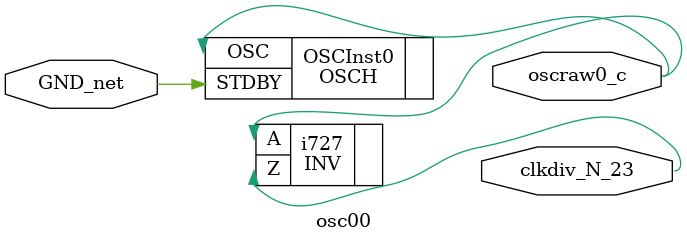
<source format=v>

module topContador (indiv0, oscraw0, oscdiv0, clk0, c0, q0t, q1t, 
            q2t, q3t, q4t, q5t, q6t, q7t, q8t);   // c:/users/jcvelmon/desktop/semestre actual/dsd/practica_4_v2/impl1/topcontador.vhd(9[8:19])
    input [3:0]indiv0;   // c:/users/jcvelmon/desktop/semestre actual/dsd/practica_4_v2/impl1/topcontador.vhd(11[2:8])
    output oscraw0 /* synthesis .original_dir=IN_OUT */ ;   // c:/users/jcvelmon/desktop/semestre actual/dsd/practica_4_v2/impl1/topcontador.vhd(12[5:12])
    output oscdiv0 /* synthesis .original_dir=IN_OUT */ ;   // c:/users/jcvelmon/desktop/semestre actual/dsd/practica_4_v2/impl1/topcontador.vhd(13[8:15])
    input clk0 /* synthesis .original_dir=IN_OUT */ ;   // c:/users/jcvelmon/desktop/semestre actual/dsd/practica_4_v2/impl1/topcontador.vhd(14[3:7])
    input c0 /* synthesis .original_dir=IN_OUT */ ;   // c:/users/jcvelmon/desktop/semestre actual/dsd/practica_4_v2/impl1/topcontador.vhd(14[8:10])
    output q0t /* synthesis .original_dir=IN_OUT */ ;   // c:/users/jcvelmon/desktop/semestre actual/dsd/practica_4_v2/impl1/topcontador.vhd(15[9:12])
    output q1t /* synthesis .original_dir=IN_OUT */ ;   // c:/users/jcvelmon/desktop/semestre actual/dsd/practica_4_v2/impl1/topcontador.vhd(15[13:16])
    output q2t /* synthesis .original_dir=IN_OUT */ ;   // c:/users/jcvelmon/desktop/semestre actual/dsd/practica_4_v2/impl1/topcontador.vhd(15[17:20])
    output q3t /* synthesis .original_dir=IN_OUT */ ;   // c:/users/jcvelmon/desktop/semestre actual/dsd/practica_4_v2/impl1/topcontador.vhd(15[21:24])
    output q4t /* synthesis .original_dir=IN_OUT */ ;   // c:/users/jcvelmon/desktop/semestre actual/dsd/practica_4_v2/impl1/topcontador.vhd(15[25:28])
    output q5t /* synthesis .original_dir=IN_OUT */ ;   // c:/users/jcvelmon/desktop/semestre actual/dsd/practica_4_v2/impl1/topcontador.vhd(15[29:32])
    output q6t /* synthesis .original_dir=IN_OUT */ ;   // c:/users/jcvelmon/desktop/semestre actual/dsd/practica_4_v2/impl1/topcontador.vhd(15[33:36])
    output q7t /* synthesis .original_dir=IN_OUT */ ;   // c:/users/jcvelmon/desktop/semestre actual/dsd/practica_4_v2/impl1/topcontador.vhd(15[37:40])
    output q8t /* synthesis .original_dir=IN_OUT */ ;   // c:/users/jcvelmon/desktop/semestre actual/dsd/practica_4_v2/impl1/topcontador.vhd(15[41:44])
    
    wire oscraw0_c /* synthesis is_clock=1 */ ;   // c:/users/jcvelmon/desktop/semestre actual/dsd/practica_4_v2/impl1/topcontador.vhd(12[5:12])
    wire oscdiv0_c /* synthesis is_clock=1, SET_AS_NETWORK=oscdiv0_c */ ;   // c:/users/jcvelmon/desktop/semestre actual/dsd/practica_4_v2/impl1/topcontador.vhd(13[8:15])
    
    wire indiv0_c_3, indiv0_c_2, indiv0_c_1, indiv0_c_0, c0_c, q0t_c, 
        q1t_c, q2t_c, q3t_c, q4t_c, q5t_c, q6t_c, q7t_c, q8t_c, 
        VCC_net, GND_net;
    
    VHI i725 (.Z(VCC_net));
    OB oscdiv0_pad (.I(oscdiv0_c), .O(oscdiv0));   // c:/users/jcvelmon/desktop/semestre actual/dsd/practica_4_v2/impl1/topcontador.vhd(13[8:15])
    OB oscraw0_pad (.I(oscraw0_c), .O(oscraw0));   // c:/users/jcvelmon/desktop/semestre actual/dsd/practica_4_v2/impl1/topcontador.vhd(12[5:12])
    contador contador0 (.q1t_c(q1t_c), .q2t_c(q2t_c), .c0_c(c0_c), .q3t_c(q3t_c), 
            .oscdiv0_c(oscdiv0_c), .q4t_c(q4t_c), .q5t_c(q5t_c), .q6t_c(q6t_c), 
            .q7t_c(q7t_c), .q8t_c(q8t_c), .q0t_c(q0t_c));   // c:/users/jcvelmon/desktop/semestre actual/dsd/practica_4_v2/impl1/topcontador.vhd(26[14:22])
    VLO i1 (.Z(GND_net));
    TSALL TSALL_INST (.TSALL(GND_net));
    PUR PUR_INST (.PUR(VCC_net));
    defparam PUR_INST.RST_PULSE = 1;
    topdiv00 OS00 (.indiv0_c_1(indiv0_c_1), .indiv0_c_0(indiv0_c_0), .oscdiv0_c(oscdiv0_c), 
            .indiv0_c_3(indiv0_c_3), .indiv0_c_2(indiv0_c_2), .GND_net(GND_net), 
            .oscraw0_c(oscraw0_c));   // c:/users/jcvelmon/desktop/semestre actual/dsd/practica_4_v2/impl1/topcontador.vhd(21[10:18])
    GSR GSR_INST (.GSR(c0_c));
    OB q0t_pad (.I(q0t_c), .O(q0t));   // c:/users/jcvelmon/desktop/semestre actual/dsd/practica_4_v2/impl1/topcontador.vhd(15[9:12])
    OB q1t_pad (.I(q1t_c), .O(q1t));   // c:/users/jcvelmon/desktop/semestre actual/dsd/practica_4_v2/impl1/topcontador.vhd(15[13:16])
    OB q2t_pad (.I(q2t_c), .O(q2t));   // c:/users/jcvelmon/desktop/semestre actual/dsd/practica_4_v2/impl1/topcontador.vhd(15[17:20])
    OB q3t_pad (.I(q3t_c), .O(q3t));   // c:/users/jcvelmon/desktop/semestre actual/dsd/practica_4_v2/impl1/topcontador.vhd(15[21:24])
    OB q4t_pad (.I(q4t_c), .O(q4t));   // c:/users/jcvelmon/desktop/semestre actual/dsd/practica_4_v2/impl1/topcontador.vhd(15[25:28])
    OB q5t_pad (.I(q5t_c), .O(q5t));   // c:/users/jcvelmon/desktop/semestre actual/dsd/practica_4_v2/impl1/topcontador.vhd(15[29:32])
    OB q6t_pad (.I(q6t_c), .O(q6t));   // c:/users/jcvelmon/desktop/semestre actual/dsd/practica_4_v2/impl1/topcontador.vhd(15[33:36])
    OB q7t_pad (.I(q7t_c), .O(q7t));   // c:/users/jcvelmon/desktop/semestre actual/dsd/practica_4_v2/impl1/topcontador.vhd(15[37:40])
    OB q8t_pad (.I(q8t_c), .O(q8t));   // c:/users/jcvelmon/desktop/semestre actual/dsd/practica_4_v2/impl1/topcontador.vhd(15[41:44])
    IB indiv0_pad_3 (.I(indiv0[3]), .O(indiv0_c_3));   // c:/users/jcvelmon/desktop/semestre actual/dsd/practica_4_v2/impl1/topcontador.vhd(11[2:8])
    IB indiv0_pad_2 (.I(indiv0[2]), .O(indiv0_c_2));   // c:/users/jcvelmon/desktop/semestre actual/dsd/practica_4_v2/impl1/topcontador.vhd(11[2:8])
    IB indiv0_pad_1 (.I(indiv0[1]), .O(indiv0_c_1));   // c:/users/jcvelmon/desktop/semestre actual/dsd/practica_4_v2/impl1/topcontador.vhd(11[2:8])
    IB indiv0_pad_0 (.I(indiv0[0]), .O(indiv0_c_0));   // c:/users/jcvelmon/desktop/semestre actual/dsd/practica_4_v2/impl1/topcontador.vhd(11[2:8])
    IB c0_pad (.I(c0), .O(c0_c));   // c:/users/jcvelmon/desktop/semestre actual/dsd/practica_4_v2/impl1/topcontador.vhd(14[8:10])
    
endmodule
//
// Verilog Description of module contador
//

module contador (q1t_c, q2t_c, c0_c, q3t_c, oscdiv0_c, q4t_c, q5t_c, 
            q6t_c, q7t_c, q8t_c, q0t_c);
    output q1t_c;
    output q2t_c;
    input c0_c;
    output q3t_c;
    input oscdiv0_c;
    output q4t_c;
    output q5t_c;
    output q6t_c;
    output q7t_c;
    output q8t_c;
    output q0t_c;
    
    wire oscdiv0_c /* synthesis is_clock=1, SET_AS_NETWORK=oscdiv0_c */ ;   // c:/users/jcvelmon/desktop/semestre actual/dsd/practica_4_v2/impl1/topcontador.vhd(13[8:15])
    
    wire n806, q2_N_204, q3_N_205, q4_N_206, q5_N_207, q6_N_208, 
        q7_N_209, q8_N_210, q0_N_200, j3, j3_N_225, j1, n808, 
        n815, n813, n803, n802, j7_N_277, n814, j4, j4_N_235, 
        j5, j5_N_247, j2, j7, j6, j6_N_261, n800, j8, j8_N_295, 
        n807, n801, q1_N_203, j2_N_215;
    
    LUT4 i1_2_lut_rep_15_4_lut (.A(q1t_c), .B(q2t_c), .C(c0_c), .D(q3t_c), 
         .Z(n806)) /* synthesis lut_function=(!(((C+!(D))+!B)+!A)) */ ;   // c:/users/jcvelmon/desktop/semestre actual/dsd/practica_4_v2/impl1/contador0.vhd(31[47:66])
    defparam i1_2_lut_rep_15_4_lut.init = 16'h0800;
    FD1S3AX q2_172 (.D(q2_N_204), .CK(oscdiv0_c), .Q(q2t_c)) /* synthesis LSE_LINE_FILE_ID=25, LSE_LCOL=14, LSE_RCOL=22, LSE_LLINE=26, LSE_RLINE=26 */ ;   // c:/users/jcvelmon/desktop/semestre actual/dsd/practica_4_v2/impl1/contador0.vhd(17[3] 78[14])
    defparam q2_172.GSR = "ENABLED";
    FD1S3AX q3_173 (.D(q3_N_205), .CK(oscdiv0_c), .Q(q3t_c)) /* synthesis LSE_LINE_FILE_ID=25, LSE_LCOL=14, LSE_RCOL=22, LSE_LLINE=26, LSE_RLINE=26 */ ;   // c:/users/jcvelmon/desktop/semestre actual/dsd/practica_4_v2/impl1/contador0.vhd(17[3] 78[14])
    defparam q3_173.GSR = "ENABLED";
    FD1S3AX q4_174 (.D(q4_N_206), .CK(oscdiv0_c), .Q(q4t_c)) /* synthesis LSE_LINE_FILE_ID=25, LSE_LCOL=14, LSE_RCOL=22, LSE_LLINE=26, LSE_RLINE=26 */ ;   // c:/users/jcvelmon/desktop/semestre actual/dsd/practica_4_v2/impl1/contador0.vhd(17[3] 78[14])
    defparam q4_174.GSR = "ENABLED";
    FD1S3AX q5_175 (.D(q5_N_207), .CK(oscdiv0_c), .Q(q5t_c)) /* synthesis LSE_LINE_FILE_ID=25, LSE_LCOL=14, LSE_RCOL=22, LSE_LLINE=26, LSE_RLINE=26 */ ;   // c:/users/jcvelmon/desktop/semestre actual/dsd/practica_4_v2/impl1/contador0.vhd(17[3] 78[14])
    defparam q5_175.GSR = "ENABLED";
    FD1S3AX q6_176 (.D(q6_N_208), .CK(oscdiv0_c), .Q(q6t_c)) /* synthesis LSE_LINE_FILE_ID=25, LSE_LCOL=14, LSE_RCOL=22, LSE_LLINE=26, LSE_RLINE=26 */ ;   // c:/users/jcvelmon/desktop/semestre actual/dsd/practica_4_v2/impl1/contador0.vhd(17[3] 78[14])
    defparam q6_176.GSR = "ENABLED";
    FD1S3AX q7_177 (.D(q7_N_209), .CK(oscdiv0_c), .Q(q7t_c)) /* synthesis LSE_LINE_FILE_ID=25, LSE_LCOL=14, LSE_RCOL=22, LSE_LLINE=26, LSE_RLINE=26 */ ;   // c:/users/jcvelmon/desktop/semestre actual/dsd/practica_4_v2/impl1/contador0.vhd(17[3] 78[14])
    defparam q7_177.GSR = "ENABLED";
    FD1S3AX q8_178 (.D(q8_N_210), .CK(oscdiv0_c), .Q(q8t_c)) /* synthesis LSE_LINE_FILE_ID=25, LSE_LCOL=14, LSE_RCOL=22, LSE_LLINE=26, LSE_RLINE=26 */ ;   // c:/users/jcvelmon/desktop/semestre actual/dsd/practica_4_v2/impl1/contador0.vhd(17[3] 78[14])
    defparam q8_178.GSR = "ENABLED";
    FD1S3AX q0_170 (.D(q0_N_200), .CK(oscdiv0_c), .Q(q0t_c)) /* synthesis LSE_LINE_FILE_ID=25, LSE_LCOL=14, LSE_RCOL=22, LSE_LLINE=26, LSE_RLINE=26 */ ;   // c:/users/jcvelmon/desktop/semestre actual/dsd/practica_4_v2/impl1/contador0.vhd(17[3] 78[14])
    defparam q0_170.GSR = "ENABLED";
    FD1P3AX j3_182 (.D(j3_N_225), .SP(c0_c), .CK(oscdiv0_c), .Q(j3));   // c:/users/jcvelmon/desktop/semestre actual/dsd/practica_4_v2/impl1/contador0.vhd(17[3] 78[14])
    defparam j3_182.GSR = "DISABLED";
    LUT4 i6_1_lut (.A(q0t_c), .Z(q0_N_200)) /* synthesis lut_function=(!(A)) */ ;   // c:/users/jcvelmon/desktop/semestre actual/dsd/practica_4_v2/impl1/contador0.vhd(38[4] 41[19])
    defparam i6_1_lut.init = 16'h5555;
    FD1P3AX j1_180 (.D(q0_N_200), .SP(c0_c), .CK(oscdiv0_c), .Q(j1));   // c:/users/jcvelmon/desktop/semestre actual/dsd/practica_4_v2/impl1/contador0.vhd(17[3] 78[14])
    defparam j1_180.GSR = "DISABLED";
    LUT4 i225_3_lut_4_lut_4_lut_then_4_lut (.A(q3t_c), .B(q0t_c), .C(n808), 
         .D(q4t_c), .Z(n815)) /* synthesis lut_function=(A (B (C (D)))) */ ;   // c:/users/jcvelmon/desktop/semestre actual/dsd/practica_4_v2/impl1/contador0.vhd(34[9:65])
    defparam i225_3_lut_4_lut_4_lut_then_4_lut.init = 16'h8000;
    LUT4 i222_3_lut (.A(n813), .B(n808), .C(q0t_c), .Z(j3_N_225)) /* synthesis lut_function=(A (B+!(C))+!A (B (C))) */ ;   // c:/users/jcvelmon/desktop/semestre actual/dsd/practica_4_v2/impl1/contador0.vhd(31[8:74])
    defparam i222_3_lut.init = 16'hcaca;
    LUT4 i226_3_lut_4_lut_4_lut (.A(q6t_c), .B(n803), .C(q0t_c), .D(n802), 
         .Z(j7_N_277)) /* synthesis lut_function=(A (C (D))+!A !((C)+!B)) */ ;   // c:/users/jcvelmon/desktop/semestre actual/dsd/practica_4_v2/impl1/contador0.vhd(35[9:76])
    defparam i226_3_lut_4_lut_4_lut.init = 16'ha404;
    LUT4 i225_3_lut_4_lut_4_lut_else_4_lut (.A(n813), .B(q3t_c), .C(q0t_c), 
         .D(q4t_c), .Z(n814)) /* synthesis lut_function=(!((B+(C+(D)))+!A)) */ ;   // c:/users/jcvelmon/desktop/semestre actual/dsd/practica_4_v2/impl1/contador0.vhd(34[9:65])
    defparam i225_3_lut_4_lut_4_lut_else_4_lut.init = 16'h0002;
    LUT4 i1_2_lut_rep_11_3_lut_4_lut (.A(q3t_c), .B(n808), .C(q5t_c), 
         .D(q4t_c), .Z(n802)) /* synthesis lut_function=(A (B (C (D)))) */ ;   // c:/users/jcvelmon/desktop/semestre actual/dsd/practica_4_v2/impl1/contador0.vhd(32[58:84])
    defparam i1_2_lut_rep_11_3_lut_4_lut.init = 16'h8000;
    FD1P3AX j4_183 (.D(j4_N_235), .SP(c0_c), .CK(oscdiv0_c), .Q(j4));   // c:/users/jcvelmon/desktop/semestre actual/dsd/practica_4_v2/impl1/contador0.vhd(17[3] 78[14])
    defparam j4_183.GSR = "DISABLED";
    FD1P3AX j5_184 (.D(j5_N_247), .SP(c0_c), .CK(oscdiv0_c), .Q(j5));   // c:/users/jcvelmon/desktop/semestre actual/dsd/practica_4_v2/impl1/contador0.vhd(17[3] 78[14])
    defparam j5_184.GSR = "DISABLED";
    LUT4 q2_I_0_202_2_lut (.A(q2t_c), .B(j2), .Z(q2_N_204)) /* synthesis lut_function=(!(A (B)+!A !(B))) */ ;   // c:/users/jcvelmon/desktop/semestre actual/dsd/practica_4_v2/impl1/contador0.vhd(49[4] 52[19])
    defparam q2_I_0_202_2_lut.init = 16'h6666;
    LUT4 q7_I_0_217_2_lut (.A(q7t_c), .B(j7), .Z(q7_N_209)) /* synthesis lut_function=(!(A (B)+!A !(B))) */ ;   // c:/users/jcvelmon/desktop/semestre actual/dsd/practica_4_v2/impl1/contador0.vhd(70[4] 73[19])
    defparam q7_I_0_217_2_lut.init = 16'h6666;
    LUT4 i2_3_lut_rep_22 (.A(q1t_c), .B(q2t_c), .C(c0_c), .Z(n813)) /* synthesis lut_function=(!(A+(B+!(C)))) */ ;   // c:/users/jcvelmon/desktop/semestre actual/dsd/practica_4_v2/impl1/contador0.vhd(32[9:43])
    defparam i2_3_lut_rep_22.init = 16'h1010;
    LUT4 q3_I_0_205_2_lut (.A(q3t_c), .B(j3), .Z(q3_N_205)) /* synthesis lut_function=(!(A (B)+!A !(B))) */ ;   // c:/users/jcvelmon/desktop/semestre actual/dsd/practica_4_v2/impl1/contador0.vhd(54[4] 57[19])
    defparam q3_I_0_205_2_lut.init = 16'h6666;
    LUT4 q4_I_0_208_2_lut (.A(q4t_c), .B(j4), .Z(q4_N_206)) /* synthesis lut_function=(!(A (B)+!A !(B))) */ ;   // c:/users/jcvelmon/desktop/semestre actual/dsd/practica_4_v2/impl1/contador0.vhd(58[3] 61[19])
    defparam q4_I_0_208_2_lut.init = 16'h6666;
    FD1P3AX j6_185 (.D(j6_N_261), .SP(c0_c), .CK(oscdiv0_c), .Q(j6));   // c:/users/jcvelmon/desktop/semestre actual/dsd/practica_4_v2/impl1/contador0.vhd(17[3] 78[14])
    defparam j6_185.GSR = "DISABLED";
    LUT4 q6_I_0_214_2_lut (.A(q6t_c), .B(j6), .Z(q6_N_208)) /* synthesis lut_function=(!(A (B)+!A !(B))) */ ;   // c:/users/jcvelmon/desktop/semestre actual/dsd/practica_4_v2/impl1/contador0.vhd(66[4] 69[19])
    defparam q6_I_0_214_2_lut.init = 16'h6666;
    FD1P3AX j7_186 (.D(j7_N_277), .SP(c0_c), .CK(oscdiv0_c), .Q(j7));   // c:/users/jcvelmon/desktop/semestre actual/dsd/practica_4_v2/impl1/contador0.vhd(17[3] 78[14])
    defparam j7_186.GSR = "DISABLED";
    LUT4 i1_2_lut_rep_12_3_lut_4_lut (.A(q3t_c), .B(n813), .C(q5t_c), 
         .D(q4t_c), .Z(n803)) /* synthesis lut_function=(!(A+((C+(D))+!B))) */ ;   // c:/users/jcvelmon/desktop/semestre actual/dsd/practica_4_v2/impl1/contador0.vhd(32[9:43])
    defparam i1_2_lut_rep_12_3_lut_4_lut.init = 16'h0004;
    LUT4 i223_3_lut_4_lut_4_lut (.A(q3t_c), .B(n813), .C(q0t_c), .D(n808), 
         .Z(j4_N_235)) /* synthesis lut_function=(A (C (D))+!A !((C)+!B)) */ ;   // c:/users/jcvelmon/desktop/semestre actual/dsd/practica_4_v2/impl1/contador0.vhd(32[9:43])
    defparam i223_3_lut_4_lut_4_lut.init = 16'ha404;
    LUT4 i1_2_lut_rep_9_3_lut_4_lut (.A(q4t_c), .B(n806), .C(q6t_c), .D(q5t_c), 
         .Z(n800)) /* synthesis lut_function=(A (B (C (D)))) */ ;   // c:/users/jcvelmon/desktop/semestre actual/dsd/practica_4_v2/impl1/contador0.vhd(33[69:102])
    defparam i1_2_lut_rep_9_3_lut_4_lut.init = 16'h8000;
    LUT4 q5_I_0_211_2_lut (.A(q5t_c), .B(j5), .Z(q5_N_207)) /* synthesis lut_function=(!(A (B)+!A !(B))) */ ;   // c:/users/jcvelmon/desktop/semestre actual/dsd/practica_4_v2/impl1/contador0.vhd(62[4] 65[19])
    defparam q5_I_0_211_2_lut.init = 16'h6666;
    FD1P3AX j8_187 (.D(j8_N_295), .SP(c0_c), .CK(oscdiv0_c), .Q(j8));   // c:/users/jcvelmon/desktop/semestre actual/dsd/practica_4_v2/impl1/contador0.vhd(17[3] 78[14])
    defparam j8_187.GSR = "DISABLED";
    LUT4 i1_2_lut_rep_10_3_lut_4_lut (.A(q4t_c), .B(n807), .C(q6t_c), 
         .D(q5t_c), .Z(n801)) /* synthesis lut_function=(!(A+((C+(D))+!B))) */ ;   // c:/users/jcvelmon/desktop/semestre actual/dsd/practica_4_v2/impl1/contador0.vhd(33[9:54])
    defparam i1_2_lut_rep_10_3_lut_4_lut.init = 16'h0004;
    LUT4 q1_I_0_199_2_lut (.A(q1t_c), .B(j1), .Z(q1_N_203)) /* synthesis lut_function=(!(A (B)+!A !(B))) */ ;   // c:/users/jcvelmon/desktop/semestre actual/dsd/practica_4_v2/impl1/contador0.vhd(43[4] 46[19])
    defparam q1_I_0_199_2_lut.init = 16'h6666;
    FD1P3AX j2_181 (.D(j2_N_215), .SP(c0_c), .CK(oscdiv0_c), .Q(j2));   // c:/users/jcvelmon/desktop/semestre actual/dsd/practica_4_v2/impl1/contador0.vhd(17[3] 78[14])
    defparam j2_181.GSR = "DISABLED";
    LUT4 i2_3_lut_rep_17 (.A(q1t_c), .B(q2t_c), .C(c0_c), .Z(n808)) /* synthesis lut_function=(!(((C)+!B)+!A)) */ ;   // c:/users/jcvelmon/desktop/semestre actual/dsd/practica_4_v2/impl1/contador0.vhd(31[47:66])
    defparam i2_3_lut_rep_17.init = 16'h0808;
    LUT4 q8_I_0_2_lut (.A(q8t_c), .B(j8), .Z(q8_N_210)) /* synthesis lut_function=(!(A (B)+!A !(B))) */ ;   // c:/users/jcvelmon/desktop/semestre actual/dsd/practica_4_v2/impl1/contador0.vhd(74[4] 77[19])
    defparam q8_I_0_2_lut.init = 16'h6666;
    LUT4 i1_2_lut_rep_16_4_lut (.A(q1t_c), .B(q2t_c), .C(c0_c), .D(q3t_c), 
         .Z(n807)) /* synthesis lut_function=(!(A+(B+((D)+!C)))) */ ;   // c:/users/jcvelmon/desktop/semestre actual/dsd/practica_4_v2/impl1/contador0.vhd(32[9:43])
    defparam i1_2_lut_rep_16_4_lut.init = 16'h0010;
    LUT4 i224_3_lut_4_lut_4_lut (.A(q4t_c), .B(n807), .C(q0t_c), .D(n806), 
         .Z(j5_N_247)) /* synthesis lut_function=(A (C (D))+!A !((C)+!B)) */ ;   // c:/users/jcvelmon/desktop/semestre actual/dsd/practica_4_v2/impl1/contador0.vhd(33[9:54])
    defparam i224_3_lut_4_lut_4_lut.init = 16'ha404;
    LUT4 i221_3_lut (.A(c0_c), .B(q0t_c), .C(q1t_c), .Z(j2_N_215)) /* synthesis lut_function=(!(A (B+(C))+!A !(B (C)))) */ ;   // c:/users/jcvelmon/desktop/semestre actual/dsd/practica_4_v2/impl1/contador0.vhd(30[14:62])
    defparam i221_3_lut.init = 16'h4242;
    LUT4 i227_4_lut (.A(q7t_c), .B(n800), .C(q0t_c), .D(n801), .Z(j8_N_295)) /* synthesis lut_function=(A (B (C))+!A !(C+!(D))) */ ;   // c:/users/jcvelmon/desktop/semestre actual/dsd/practica_4_v2/impl1/contador0.vhd(36[8:164])
    defparam i227_4_lut.init = 16'h8580;
    PFUMX i686 (.BLUT(n814), .ALUT(n815), .C0(q5t_c), .Z(j6_N_261));
    FD1S3AX q1_171 (.D(q1_N_203), .CK(oscdiv0_c), .Q(q1t_c)) /* synthesis LSE_LINE_FILE_ID=25, LSE_LCOL=14, LSE_RCOL=22, LSE_LLINE=26, LSE_RLINE=26 */ ;   // c:/users/jcvelmon/desktop/semestre actual/dsd/practica_4_v2/impl1/contador0.vhd(17[3] 78[14])
    defparam q1_171.GSR = "ENABLED";
    
endmodule
//
// Verilog Description of module TSALL
// module not written out since it is a black-box. 
//

//
// Verilog Description of module PUR
// module not written out since it is a black-box. 
//

//
// Verilog Description of module topdiv00
//

module topdiv00 (indiv0_c_1, indiv0_c_0, oscdiv0_c, indiv0_c_3, indiv0_c_2, 
            GND_net, oscraw0_c);
    input indiv0_c_1;
    input indiv0_c_0;
    output oscdiv0_c;
    input indiv0_c_3;
    input indiv0_c_2;
    input GND_net;
    output oscraw0_c;
    
    wire clkdiv_N_23 /* synthesis is_inv_clock=1 */ ;   // c:/users/jcvelmon/desktop/semestre actual/dsd/practica_4_v2/impl1/div00.vhd(18[8:12])
    wire oscdiv0_c /* synthesis is_clock=1, SET_AS_NETWORK=oscdiv0_c */ ;   // c:/users/jcvelmon/desktop/semestre actual/dsd/practica_4_v2/impl1/topcontador.vhd(13[8:15])
    wire oscraw0_c /* synthesis is_clock=1 */ ;   // c:/users/jcvelmon/desktop/semestre actual/dsd/practica_4_v2/impl1/topcontador.vhd(12[5:12])
    
    div00 OS01 (.indiv0_c_1(indiv0_c_1), .indiv0_c_0(indiv0_c_0), .clkdiv_N_23(clkdiv_N_23), 
          .oscdiv0_c(oscdiv0_c), .indiv0_c_3(indiv0_c_3), .indiv0_c_2(indiv0_c_2), 
          .GND_net(GND_net));   // c:/users/jcvelmon/desktop/semestre actual/dsd/practica_4_v2/impl1/topdiv00.vhd(23[9:14])
    osc00 OS00 (.GND_net(GND_net), .oscraw0_c(oscraw0_c), .clkdiv_N_23(clkdiv_N_23));   // c:/users/jcvelmon/desktop/semestre actual/dsd/practica_4_v2/impl1/topdiv00.vhd(21[9:14])
    
endmodule
//
// Verilog Description of module div00
//

module div00 (indiv0_c_1, indiv0_c_0, clkdiv_N_23, oscdiv0_c, indiv0_c_3, 
            indiv0_c_2, GND_net);
    input indiv0_c_1;
    input indiv0_c_0;
    input clkdiv_N_23;
    output oscdiv0_c;
    input indiv0_c_3;
    input indiv0_c_2;
    input GND_net;
    
    wire clkdiv_N_23 /* synthesis is_inv_clock=1 */ ;   // c:/users/jcvelmon/desktop/semestre actual/dsd/practica_4_v2/impl1/div00.vhd(18[8:12])
    wire oscdiv0_c /* synthesis is_clock=1, SET_AS_NETWORK=oscdiv0_c */ ;   // c:/users/jcvelmon/desktop/semestre actual/dsd/practica_4_v2/impl1/topcontador.vhd(13[8:15])
    
    wire n728;
    wire [20:0]sdiv;   // c:/users/jcvelmon/desktop/semestre actual/dsd/practica_4_v2/impl1/div00.vhd(18[8:12])
    
    wire clkdiv_N_23_enable_22, n464;
    wire [20:0]n89;
    
    wire clkdiv_N_23_enable_3, outdiv_N_171, n810, n732, n457, n459, 
        n737, n461, n310, n74, outdiv_N_189, n65, n589, n811, 
        n812, n61, n67, n729, n91, n809, n625, n624, n623, 
        n622, n1, n766, n621, n765, n620, n619, n618, n617, 
        n616;
    
    LUT4 i1_2_lut (.A(indiv0_c_1), .B(indiv0_c_0), .Z(n728)) /* synthesis lut_function=(A (B)) */ ;   // C:/lscc/diamond/3.9/ispfpga/vhdl_packages/syn_arit.vhd(928[41:65])
    defparam i1_2_lut.init = 16'h8888;
    FD1P3IX sdiv_60__i15 (.D(n89[15]), .SP(clkdiv_N_23_enable_22), .CD(n464), 
            .CK(clkdiv_N_23), .Q(sdiv[15])) /* synthesis syn_use_carry_chain=1 */ ;   // C:/lscc/diamond/3.9/ispfpga/vhdl_packages/syn_arit.vhd(928[41:65])
    defparam sdiv_60__i15.GSR = "DISABLED";
    FD1P3IX sdiv_60__i16 (.D(n89[16]), .SP(clkdiv_N_23_enable_22), .CD(n464), 
            .CK(clkdiv_N_23), .Q(sdiv[16])) /* synthesis syn_use_carry_chain=1 */ ;   // C:/lscc/diamond/3.9/ispfpga/vhdl_packages/syn_arit.vhd(928[41:65])
    defparam sdiv_60__i16.GSR = "DISABLED";
    FD1P3AX outdiv_58 (.D(outdiv_N_171), .SP(clkdiv_N_23_enable_3), .CK(clkdiv_N_23), 
            .Q(oscdiv0_c)) /* synthesis LSE_LINE_FILE_ID=21, LSE_LCOL=9, LSE_RCOL=14, LSE_LLINE=23, LSE_RLINE=23 */ ;   // c:/users/jcvelmon/desktop/semestre actual/dsd/practica_4_v2/impl1/div00.vhd(22[3] 75[11])
    defparam outdiv_58.GSR = "DISABLED";
    FD1P3IX sdiv_60__i17 (.D(n89[17]), .SP(clkdiv_N_23_enable_22), .CD(n464), 
            .CK(clkdiv_N_23), .Q(sdiv[17])) /* synthesis syn_use_carry_chain=1 */ ;   // C:/lscc/diamond/3.9/ispfpga/vhdl_packages/syn_arit.vhd(928[41:65])
    defparam sdiv_60__i17.GSR = "DISABLED";
    FD1P3IX sdiv_60__i5 (.D(n89[5]), .SP(clkdiv_N_23_enable_22), .CD(n464), 
            .CK(clkdiv_N_23), .Q(sdiv[5])) /* synthesis syn_use_carry_chain=1 */ ;   // C:/lscc/diamond/3.9/ispfpga/vhdl_packages/syn_arit.vhd(928[41:65])
    defparam sdiv_60__i5.GSR = "DISABLED";
    LUT4 i1_2_lut_3_lut (.A(sdiv[12]), .B(sdiv[13]), .C(n810), .Z(n732)) /* synthesis lut_function=(A+(B+(C))) */ ;   // C:/lscc/diamond/3.9/ispfpga/vhdl_packages/syn_arit.vhd(928[41:65])
    defparam i1_2_lut_3_lut.init = 16'hfefe;
    LUT4 i2_3_lut_rep_19 (.A(sdiv[15]), .B(sdiv[16]), .C(sdiv[14]), .Z(n810)) /* synthesis lut_function=(A+(B+(C))) */ ;   // C:/lscc/diamond/3.9/ispfpga/vhdl_packages/syn_arit.vhd(928[41:65])
    defparam i2_3_lut_rep_19.init = 16'hfefe;
    FD1P3IX sdiv_60__i1 (.D(n89[1]), .SP(clkdiv_N_23_enable_22), .CD(n464), 
            .CK(clkdiv_N_23), .Q(sdiv[1])) /* synthesis syn_use_carry_chain=1 */ ;   // C:/lscc/diamond/3.9/ispfpga/vhdl_packages/syn_arit.vhd(928[41:65])
    defparam sdiv_60__i1.GSR = "DISABLED";
    PFUMX indiv_3__I_0_i15 (.BLUT(n457), .ALUT(n459), .C0(n737), .Z(n461)) /* synthesis LSE_LINE_FILE_ID=21, LSE_LCOL=9, LSE_RCOL=14, LSE_LLINE=23, LSE_RLINE=23 */ ;
    LUT4 i240_3_lut_4_lut (.A(sdiv[15]), .B(sdiv[16]), .C(sdiv[14]), .D(indiv0_c_0), 
         .Z(n310)) /* synthesis lut_function=(A (B+!(D))+!A (B+!((D)+!C))) */ ;   // C:/lscc/diamond/3.9/ispfpga/vhdl_packages/syn_arit.vhd(928[41:65])
    defparam i240_3_lut_4_lut.init = 16'hccfe;
    LUT4 i1_4_lut_4_lut (.A(indiv0_c_3), .B(n728), .C(n74), .D(outdiv_N_189), 
         .Z(n65)) /* synthesis lut_function=(!(A+!(B (C+(D))+!B (C)))) */ ;
    defparam i1_4_lut_4_lut.init = 16'h5450;
    PFUMX indiv_3__I_0_i13 (.BLUT(n732), .ALUT(n310), .C0(indiv0_c_1), 
          .Z(n589)) /* synthesis LSE_LINE_FILE_ID=21, LSE_LCOL=9, LSE_RCOL=14, LSE_LLINE=23, LSE_RLINE=23 */ ;
    LUT4 i2_2_lut_rep_20 (.A(sdiv[18]), .B(sdiv[17]), .Z(n811)) /* synthesis lut_function=(A+(B)) */ ;   // C:/lscc/diamond/3.9/ispfpga/vhdl_packages/syn_arit.vhd(928[41:65])
    defparam i2_2_lut_rep_20.init = 16'heeee;
    LUT4 i4_3_lut_4_lut (.A(sdiv[18]), .B(sdiv[17]), .C(n812), .D(n810), 
         .Z(n61)) /* synthesis lut_function=(A+(B+(C+(D)))) */ ;   // C:/lscc/diamond/3.9/ispfpga/vhdl_packages/syn_arit.vhd(928[41:65])
    defparam i4_3_lut_4_lut.init = 16'hfffe;
    LUT4 i1_3_lut (.A(indiv0_c_1), .B(indiv0_c_0), .C(n67), .Z(n729)) /* synthesis lut_function=(A (B (C))) */ ;   // C:/lscc/diamond/3.9/ispfpga/vhdl_packages/syn_arit.vhd(928[41:65])
    defparam i1_3_lut.init = 16'h8080;
    LUT4 i1_2_lut_rep_21 (.A(sdiv[20]), .B(sdiv[19]), .Z(n812)) /* synthesis lut_function=(A+(B)) */ ;
    defparam i1_2_lut_rep_21.init = 16'heeee;
    LUT4 i1_4_lut_4_lut_adj_71 (.A(sdiv[20]), .B(sdiv[19]), .C(indiv0_c_0), 
         .D(indiv0_c_1), .Z(n74)) /* synthesis lut_function=(!(A (D)+!A (((D)+!C)+!B))) */ ;
    defparam i1_4_lut_4_lut_adj_71.init = 16'h00ea;
    LUT4 i644_2_lut_3_lut (.A(sdiv[20]), .B(sdiv[19]), .C(sdiv[18]), .Z(outdiv_N_189)) /* synthesis lut_function=(A+(B+(C))) */ ;
    defparam i644_2_lut_3_lut.init = 16'hfefe;
    PFUMX i93 (.BLUT(n65), .ALUT(n729), .C0(indiv0_c_2), .Z(n91));
    LUT4 i1_2_lut_rep_18 (.A(sdiv[12]), .B(sdiv[13]), .Z(n809)) /* synthesis lut_function=(A+(B)) */ ;   // C:/lscc/diamond/3.9/ispfpga/vhdl_packages/syn_arit.vhd(928[41:65])
    defparam i1_2_lut_rep_18.init = 16'heeee;
    CCU2D sdiv_60_add_4_21 (.A0(sdiv[19]), .B0(GND_net), .C0(GND_net), 
          .D0(GND_net), .A1(sdiv[20]), .B1(GND_net), .C1(GND_net), .D1(GND_net), 
          .CIN(n625), .S0(n89[19]), .S1(n89[20]));   // C:/lscc/diamond/3.9/ispfpga/vhdl_packages/syn_arit.vhd(928[41:65])
    defparam sdiv_60_add_4_21.INIT0 = 16'hfaaa;
    defparam sdiv_60_add_4_21.INIT1 = 16'hfaaa;
    defparam sdiv_60_add_4_21.INJECT1_0 = "NO";
    defparam sdiv_60_add_4_21.INJECT1_1 = "NO";
    CCU2D sdiv_60_add_4_19 (.A0(sdiv[17]), .B0(GND_net), .C0(GND_net), 
          .D0(GND_net), .A1(sdiv[18]), .B1(GND_net), .C1(GND_net), .D1(GND_net), 
          .CIN(n624), .COUT(n625), .S0(n89[17]), .S1(n89[18]));   // C:/lscc/diamond/3.9/ispfpga/vhdl_packages/syn_arit.vhd(928[41:65])
    defparam sdiv_60_add_4_19.INIT0 = 16'hfaaa;
    defparam sdiv_60_add_4_19.INIT1 = 16'hfaaa;
    defparam sdiv_60_add_4_19.INJECT1_0 = "NO";
    defparam sdiv_60_add_4_19.INJECT1_1 = "NO";
    CCU2D sdiv_60_add_4_17 (.A0(sdiv[15]), .B0(GND_net), .C0(GND_net), 
          .D0(GND_net), .A1(sdiv[16]), .B1(GND_net), .C1(GND_net), .D1(GND_net), 
          .CIN(n623), .COUT(n624), .S0(n89[15]), .S1(n89[16]));   // C:/lscc/diamond/3.9/ispfpga/vhdl_packages/syn_arit.vhd(928[41:65])
    defparam sdiv_60_add_4_17.INIT0 = 16'hfaaa;
    defparam sdiv_60_add_4_17.INIT1 = 16'hfaaa;
    defparam sdiv_60_add_4_17.INJECT1_0 = "NO";
    defparam sdiv_60_add_4_17.INJECT1_1 = "NO";
    CCU2D sdiv_60_add_4_15 (.A0(sdiv[13]), .B0(GND_net), .C0(GND_net), 
          .D0(GND_net), .A1(sdiv[14]), .B1(GND_net), .C1(GND_net), .D1(GND_net), 
          .CIN(n622), .COUT(n623), .S0(n89[13]), .S1(n89[14]));   // C:/lscc/diamond/3.9/ispfpga/vhdl_packages/syn_arit.vhd(928[41:65])
    defparam sdiv_60_add_4_15.INIT0 = 16'hfaaa;
    defparam sdiv_60_add_4_15.INIT1 = 16'hfaaa;
    defparam sdiv_60_add_4_15.INJECT1_0 = "NO";
    defparam sdiv_60_add_4_15.INJECT1_1 = "NO";
    FD1P3IX sdiv_60__i13 (.D(n89[13]), .SP(clkdiv_N_23_enable_22), .CD(n464), 
            .CK(clkdiv_N_23), .Q(sdiv[13])) /* synthesis syn_use_carry_chain=1 */ ;   // C:/lscc/diamond/3.9/ispfpga/vhdl_packages/syn_arit.vhd(928[41:65])
    defparam sdiv_60__i13.GSR = "DISABLED";
    FD1P3IX sdiv_60__i3 (.D(n89[3]), .SP(clkdiv_N_23_enable_22), .CD(n464), 
            .CK(clkdiv_N_23), .Q(sdiv[3])) /* synthesis syn_use_carry_chain=1 */ ;   // C:/lscc/diamond/3.9/ispfpga/vhdl_packages/syn_arit.vhd(928[41:65])
    defparam sdiv_60__i3.GSR = "DISABLED";
    FD1P3IX sdiv_60__i4 (.D(n89[4]), .SP(clkdiv_N_23_enable_22), .CD(n464), 
            .CK(clkdiv_N_23), .Q(sdiv[4])) /* synthesis syn_use_carry_chain=1 */ ;   // C:/lscc/diamond/3.9/ispfpga/vhdl_packages/syn_arit.vhd(928[41:65])
    defparam sdiv_60__i4.GSR = "DISABLED";
    LUT4 indiv_3__I_0_i3_4_lut (.A(n1), .B(outdiv_N_189), .C(indiv0_c_1), 
         .D(sdiv[20]), .Z(n457)) /* synthesis lut_function=(A (B+!(C))+!A (B (C+(D))+!B !(C+!(D)))) */ ;   // c:/users/jcvelmon/desktop/semestre actual/dsd/practica_4_v2/impl1/div00.vhd(23[5] 74[14])
    defparam indiv_3__I_0_i3_4_lut.init = 16'hcfca;
    LUT4 i1_4_lut (.A(indiv0_c_0), .B(n91), .C(n766), .D(indiv0_c_2), 
         .Z(n464)) /* synthesis lut_function=(A (B)+!A (B+(C (D)))) */ ;   // C:/lscc/diamond/3.9/ispfpga/vhdl_packages/syn_arit.vhd(928[41:65])
    defparam i1_4_lut.init = 16'hdccc;
    LUT4 i654_2_lut (.A(indiv0_c_3), .B(indiv0_c_2), .Z(n737)) /* synthesis lut_function=(A+(B)) */ ;   // c:/users/jcvelmon/desktop/semestre actual/dsd/practica_4_v2/impl1/div00.vhd(23[5] 74[14])
    defparam i654_2_lut.init = 16'heeee;
    FD1P3IX sdiv_60__i6 (.D(n89[6]), .SP(clkdiv_N_23_enable_22), .CD(n464), 
            .CK(clkdiv_N_23), .Q(sdiv[6])) /* synthesis syn_use_carry_chain=1 */ ;   // C:/lscc/diamond/3.9/ispfpga/vhdl_packages/syn_arit.vhd(928[41:65])
    defparam sdiv_60__i6.GSR = "DISABLED";
    FD1P3IX sdiv_60__i8 (.D(n89[8]), .SP(clkdiv_N_23_enable_22), .CD(n464), 
            .CK(clkdiv_N_23), .Q(sdiv[8])) /* synthesis syn_use_carry_chain=1 */ ;   // C:/lscc/diamond/3.9/ispfpga/vhdl_packages/syn_arit.vhd(928[41:65])
    defparam sdiv_60__i8.GSR = "DISABLED";
    CCU2D sdiv_60_add_4_13 (.A0(sdiv[11]), .B0(GND_net), .C0(GND_net), 
          .D0(GND_net), .A1(sdiv[12]), .B1(GND_net), .C1(GND_net), .D1(GND_net), 
          .CIN(n621), .COUT(n622), .S0(n89[11]), .S1(n89[12]));   // C:/lscc/diamond/3.9/ispfpga/vhdl_packages/syn_arit.vhd(928[41:65])
    defparam sdiv_60_add_4_13.INIT0 = 16'hfaaa;
    defparam sdiv_60_add_4_13.INIT1 = 16'hfaaa;
    defparam sdiv_60_add_4_13.INJECT1_0 = "NO";
    defparam sdiv_60_add_4_13.INJECT1_1 = "NO";
    LUT4 i657_4_lut (.A(indiv0_c_0), .B(indiv0_c_3), .C(indiv0_c_1), .D(indiv0_c_2), 
         .Z(clkdiv_N_23_enable_22)) /* synthesis lut_function=(A (B (C (D))+!B (C+!(D)))+!A (B (D)+!B !(C+(D)))) */ ;   // c:/users/jcvelmon/desktop/semestre actual/dsd/practica_4_v2/impl1/div00.vhd(23[5] 74[14])
    defparam i657_4_lut.init = 16'he423;
    LUT4 i1_2_lut_adj_72 (.A(indiv0_c_0), .B(sdiv[19]), .Z(n1)) /* synthesis lut_function=(A (B)) */ ;   // c:/users/jcvelmon/desktop/semestre actual/dsd/practica_4_v2/impl1/div00.vhd(23[5] 74[14])
    defparam i1_2_lut_adj_72.init = 16'h8888;
    LUT4 n195_bdd_2_lut_673 (.A(n765), .B(indiv0_c_3), .Z(n766)) /* synthesis lut_function=(A (B)) */ ;
    defparam n195_bdd_2_lut_673.init = 16'h8888;
    LUT4 indiv0_c_3_bdd_4_lut_681 (.A(n61), .B(n809), .C(indiv0_c_1), 
         .D(indiv0_c_2), .Z(n765)) /* synthesis lut_function=(A (D)+!A !((C+!(D))+!B)) */ ;
    defparam indiv0_c_3_bdd_4_lut_681.init = 16'hae00;
    FD1P3IX sdiv_60__i0 (.D(n89[0]), .SP(clkdiv_N_23_enable_22), .CD(n464), 
            .CK(clkdiv_N_23), .Q(sdiv[0])) /* synthesis syn_use_carry_chain=1 */ ;   // C:/lscc/diamond/3.9/ispfpga/vhdl_packages/syn_arit.vhd(928[41:65])
    defparam sdiv_60__i0.GSR = "DISABLED";
    LUT4 i649_3_lut_4_lut (.A(n811), .B(n812), .C(indiv0_c_3), .D(sdiv[16]), 
         .Z(n67)) /* synthesis lut_function=(A+(B+(C (D)))) */ ;
    defparam i649_3_lut_4_lut.init = 16'hfeee;
    FD1P3IX sdiv_60__i14 (.D(n89[14]), .SP(clkdiv_N_23_enable_22), .CD(n464), 
            .CK(clkdiv_N_23), .Q(sdiv[14])) /* synthesis syn_use_carry_chain=1 */ ;   // C:/lscc/diamond/3.9/ispfpga/vhdl_packages/syn_arit.vhd(928[41:65])
    defparam sdiv_60__i14.GSR = "DISABLED";
    LUT4 indiv_3__I_0_i7_3_lut_4_lut (.A(n811), .B(n812), .C(indiv0_c_3), 
         .D(n589), .Z(n459)) /* synthesis lut_function=(A+(B+(C (D)))) */ ;
    defparam indiv_3__I_0_i7_3_lut_4_lut.init = 16'hfeee;
    LUT4 i27_4_lut (.A(indiv0_c_2), .B(indiv0_c_3), .C(indiv0_c_0), .D(indiv0_c_1), 
         .Z(clkdiv_N_23_enable_3)) /* synthesis lut_function=(A (B ((D)+!C)+!B (C (D)))+!A !(B+!(C+!(D)))) */ ;
    defparam i27_4_lut.init = 16'hb819;
    LUT4 i382_2_lut (.A(oscdiv0_c), .B(n461), .Z(outdiv_N_171)) /* synthesis lut_function=(!(A (B)+!A !(B))) */ ;   // c:/users/jcvelmon/desktop/semestre actual/dsd/practica_4_v2/impl1/div00.vhd(23[5] 74[14])
    defparam i382_2_lut.init = 16'h6666;
    CCU2D sdiv_60_add_4_11 (.A0(sdiv[9]), .B0(GND_net), .C0(GND_net), 
          .D0(GND_net), .A1(sdiv[10]), .B1(GND_net), .C1(GND_net), .D1(GND_net), 
          .CIN(n620), .COUT(n621), .S0(n89[9]), .S1(n89[10]));   // C:/lscc/diamond/3.9/ispfpga/vhdl_packages/syn_arit.vhd(928[41:65])
    defparam sdiv_60_add_4_11.INIT0 = 16'hfaaa;
    defparam sdiv_60_add_4_11.INIT1 = 16'hfaaa;
    defparam sdiv_60_add_4_11.INJECT1_0 = "NO";
    defparam sdiv_60_add_4_11.INJECT1_1 = "NO";
    FD1P3IX sdiv_60__i9 (.D(n89[9]), .SP(clkdiv_N_23_enable_22), .CD(n464), 
            .CK(clkdiv_N_23), .Q(sdiv[9])) /* synthesis syn_use_carry_chain=1 */ ;   // C:/lscc/diamond/3.9/ispfpga/vhdl_packages/syn_arit.vhd(928[41:65])
    defparam sdiv_60__i9.GSR = "DISABLED";
    CCU2D sdiv_60_add_4_9 (.A0(sdiv[7]), .B0(GND_net), .C0(GND_net), .D0(GND_net), 
          .A1(sdiv[8]), .B1(GND_net), .C1(GND_net), .D1(GND_net), .CIN(n619), 
          .COUT(n620), .S0(n89[7]), .S1(n89[8]));   // C:/lscc/diamond/3.9/ispfpga/vhdl_packages/syn_arit.vhd(928[41:65])
    defparam sdiv_60_add_4_9.INIT0 = 16'hfaaa;
    defparam sdiv_60_add_4_9.INIT1 = 16'hfaaa;
    defparam sdiv_60_add_4_9.INJECT1_0 = "NO";
    defparam sdiv_60_add_4_9.INJECT1_1 = "NO";
    FD1P3IX sdiv_60__i2 (.D(n89[2]), .SP(clkdiv_N_23_enable_22), .CD(n464), 
            .CK(clkdiv_N_23), .Q(sdiv[2])) /* synthesis syn_use_carry_chain=1 */ ;   // C:/lscc/diamond/3.9/ispfpga/vhdl_packages/syn_arit.vhd(928[41:65])
    defparam sdiv_60__i2.GSR = "DISABLED";
    CCU2D sdiv_60_add_4_7 (.A0(sdiv[5]), .B0(GND_net), .C0(GND_net), .D0(GND_net), 
          .A1(sdiv[6]), .B1(GND_net), .C1(GND_net), .D1(GND_net), .CIN(n618), 
          .COUT(n619), .S0(n89[5]), .S1(n89[6]));   // C:/lscc/diamond/3.9/ispfpga/vhdl_packages/syn_arit.vhd(928[41:65])
    defparam sdiv_60_add_4_7.INIT0 = 16'hfaaa;
    defparam sdiv_60_add_4_7.INIT1 = 16'hfaaa;
    defparam sdiv_60_add_4_7.INJECT1_0 = "NO";
    defparam sdiv_60_add_4_7.INJECT1_1 = "NO";
    CCU2D sdiv_60_add_4_5 (.A0(sdiv[3]), .B0(GND_net), .C0(GND_net), .D0(GND_net), 
          .A1(sdiv[4]), .B1(GND_net), .C1(GND_net), .D1(GND_net), .CIN(n617), 
          .COUT(n618), .S0(n89[3]), .S1(n89[4]));   // C:/lscc/diamond/3.9/ispfpga/vhdl_packages/syn_arit.vhd(928[41:65])
    defparam sdiv_60_add_4_5.INIT0 = 16'hfaaa;
    defparam sdiv_60_add_4_5.INIT1 = 16'hfaaa;
    defparam sdiv_60_add_4_5.INJECT1_0 = "NO";
    defparam sdiv_60_add_4_5.INJECT1_1 = "NO";
    CCU2D sdiv_60_add_4_3 (.A0(sdiv[1]), .B0(GND_net), .C0(GND_net), .D0(GND_net), 
          .A1(sdiv[2]), .B1(GND_net), .C1(GND_net), .D1(GND_net), .CIN(n616), 
          .COUT(n617), .S0(n89[1]), .S1(n89[2]));   // C:/lscc/diamond/3.9/ispfpga/vhdl_packages/syn_arit.vhd(928[41:65])
    defparam sdiv_60_add_4_3.INIT0 = 16'hfaaa;
    defparam sdiv_60_add_4_3.INIT1 = 16'hfaaa;
    defparam sdiv_60_add_4_3.INJECT1_0 = "NO";
    defparam sdiv_60_add_4_3.INJECT1_1 = "NO";
    CCU2D sdiv_60_add_4_1 (.A0(GND_net), .B0(GND_net), .C0(GND_net), .D0(GND_net), 
          .A1(sdiv[0]), .B1(GND_net), .C1(GND_net), .D1(GND_net), .COUT(n616), 
          .S1(n89[0]));   // C:/lscc/diamond/3.9/ispfpga/vhdl_packages/syn_arit.vhd(928[41:65])
    defparam sdiv_60_add_4_1.INIT0 = 16'hF000;
    defparam sdiv_60_add_4_1.INIT1 = 16'h0555;
    defparam sdiv_60_add_4_1.INJECT1_0 = "NO";
    defparam sdiv_60_add_4_1.INJECT1_1 = "NO";
    FD1P3IX sdiv_60__i10 (.D(n89[10]), .SP(clkdiv_N_23_enable_22), .CD(n464), 
            .CK(clkdiv_N_23), .Q(sdiv[10])) /* synthesis syn_use_carry_chain=1 */ ;   // C:/lscc/diamond/3.9/ispfpga/vhdl_packages/syn_arit.vhd(928[41:65])
    defparam sdiv_60__i10.GSR = "DISABLED";
    FD1P3IX sdiv_60__i11 (.D(n89[11]), .SP(clkdiv_N_23_enable_22), .CD(n464), 
            .CK(clkdiv_N_23), .Q(sdiv[11])) /* synthesis syn_use_carry_chain=1 */ ;   // C:/lscc/diamond/3.9/ispfpga/vhdl_packages/syn_arit.vhd(928[41:65])
    defparam sdiv_60__i11.GSR = "DISABLED";
    FD1P3IX sdiv_60__i7 (.D(n89[7]), .SP(clkdiv_N_23_enable_22), .CD(n464), 
            .CK(clkdiv_N_23), .Q(sdiv[7])) /* synthesis syn_use_carry_chain=1 */ ;   // C:/lscc/diamond/3.9/ispfpga/vhdl_packages/syn_arit.vhd(928[41:65])
    defparam sdiv_60__i7.GSR = "DISABLED";
    FD1P3IX sdiv_60__i12 (.D(n89[12]), .SP(clkdiv_N_23_enable_22), .CD(n464), 
            .CK(clkdiv_N_23), .Q(sdiv[12])) /* synthesis syn_use_carry_chain=1 */ ;   // C:/lscc/diamond/3.9/ispfpga/vhdl_packages/syn_arit.vhd(928[41:65])
    defparam sdiv_60__i12.GSR = "DISABLED";
    FD1P3IX sdiv_60__i18 (.D(n89[18]), .SP(clkdiv_N_23_enable_22), .CD(n464), 
            .CK(clkdiv_N_23), .Q(sdiv[18])) /* synthesis syn_use_carry_chain=1 */ ;   // C:/lscc/diamond/3.9/ispfpga/vhdl_packages/syn_arit.vhd(928[41:65])
    defparam sdiv_60__i18.GSR = "DISABLED";
    FD1P3IX sdiv_60__i19 (.D(n89[19]), .SP(clkdiv_N_23_enable_22), .CD(n464), 
            .CK(clkdiv_N_23), .Q(sdiv[19])) /* synthesis syn_use_carry_chain=1 */ ;   // C:/lscc/diamond/3.9/ispfpga/vhdl_packages/syn_arit.vhd(928[41:65])
    defparam sdiv_60__i19.GSR = "DISABLED";
    FD1P3IX sdiv_60__i20 (.D(n89[20]), .SP(clkdiv_N_23_enable_22), .CD(n464), 
            .CK(clkdiv_N_23), .Q(sdiv[20])) /* synthesis syn_use_carry_chain=1 */ ;   // C:/lscc/diamond/3.9/ispfpga/vhdl_packages/syn_arit.vhd(928[41:65])
    defparam sdiv_60__i20.GSR = "DISABLED";
    
endmodule
//
// Verilog Description of module osc00
//

module osc00 (GND_net, oscraw0_c, clkdiv_N_23);
    input GND_net;
    output oscraw0_c;
    output clkdiv_N_23;
    
    wire oscraw0_c /* synthesis is_clock=1 */ ;   // c:/users/jcvelmon/desktop/semestre actual/dsd/practica_4_v2/impl1/topcontador.vhd(12[5:12])
    wire clkdiv_N_23 /* synthesis is_inv_clock=1 */ ;   // c:/users/jcvelmon/desktop/semestre actual/dsd/practica_4_v2/impl1/div00.vhd(18[8:12])
    
    OSCH OSCInst0 (.STDBY(GND_net), .OSC(oscraw0_c)) /* synthesis NOM_FREQ="2.08", syn_instantiated=1, LSE_LINE_FILE_ID=21, LSE_LCOL=9, LSE_RCOL=14, LSE_LLINE=21, LSE_RLINE=21 */ ;   // c:/users/jcvelmon/desktop/semestre actual/dsd/practica_4_v2/impl1/osc00.vhd(22[11:15])
    defparam OSCInst0.NOM_FREQ = "2.08";
    INV i727 (.A(oscraw0_c), .Z(clkdiv_N_23));
    
endmodule
//
// Verilog Description of module \OSCH("2.08")(1,4) 
// module not written out since it is a black-box. 
//


</source>
